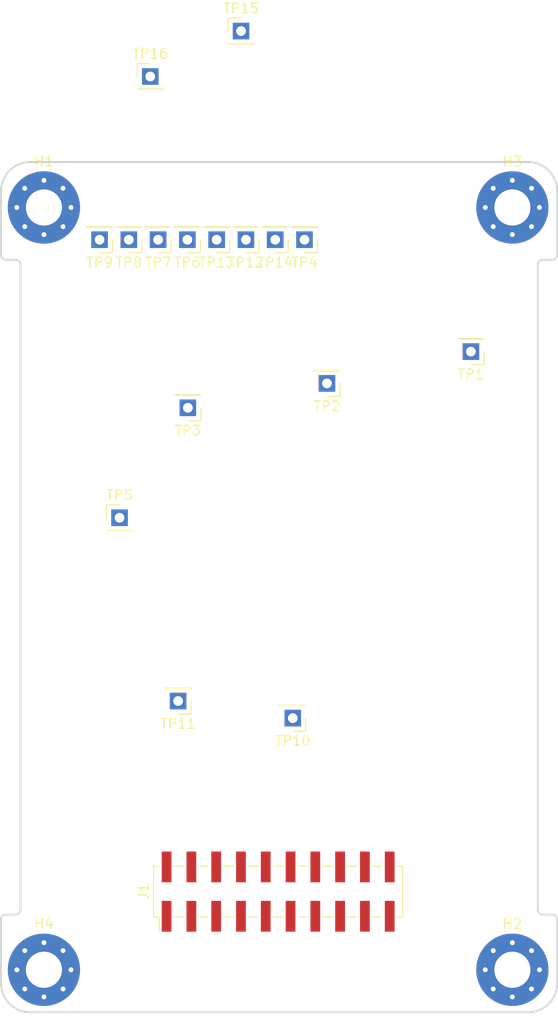
<source format=kicad_pcb>
(kicad_pcb (version 20211014) (generator pcbnew)
  (layers (0 "F.Cu" signal) (31 "B.Cu" signal) (34 "B.Paste" user) (35 "F.Paste" user) (36 "B.SilkS" user "B.Silkscreen") (37 "F.SilkS" user "F.Silkscreen") (38 "B.Mask" user) (39 "F.Mask" user) (44 "Edge.Cuts" user))
  (net 0 "")
  (net 1 "GND")
  (net 2 "Net-(TP1-Pad1)")
  (net 3 "Net-(TP2-Pad1)")
  (net 4 "Net-(TP3-Pad1)")
  (net 5 "Net-(TP5-Pad1)")
  (net 6 "Net-(TP6-Pad1)")
  (net 7 "Net-(TP7-Pad1)")
  (net 8 "Net-(TP8-Pad1)")
  (net 9 "Net-(TP9-Pad1)")
  (net 10 "Net-(TP10-Pad1)")
  (net 11 "Net-(TP11-Pad1)")
  (net 12 "Net-(TP12-Pad1)")
  (net 13 "Net-(TP13-Pad1)")
  (net 14 "Net-(TP14-Pad1)")
  (footprint "Connector_PinHeader_2.54mm:PinHeader_1x01_P2.54mm_Vertical" (layer "F.Cu") (at 113.25 67.75 180)
    (fp_text reference "TP1" (at 0 -2.33) (layer "F.SilkS"))
    (fp_text value "VINF")
    (fp_line (start -1.33 1.27) (end 1.33 1.27) (layer "F.SilkS") (width 0.12))
    (fp_line (start -1.33 -1.33) (end 0 -1.33) (layer "F.SilkS") (width 0.12))
    (fp_line (start -1.33 1.27) (end -1.33 1.33) (layer "F.SilkS") (width 0.12))
    (fp_line (start -1.33 0) (end -1.33 -1.33) (layer "F.SilkS") (width 0.12))
    (fp_line (start -1.33 1.33) (end 1.33 1.33) (layer "F.SilkS") (width 0.12))
    (fp_line (start 1.33 1.27) (end 1.33 1.33) (layer "F.SilkS") (width 0.12))
    (pad "1" thru_hole rect (at 0 0 180) (size 1.7 1.7) (drill 1) (layers *.Cu *.Mask) (net 2 "Net-(TP1-Pad1)"))
  )
  (footprint "Connector_PinHeader_2.54mm:PinHeader_1x01_P2.54mm_Vertical" (layer "F.Cu") (at 77.25 84.75)
    (fp_text reference "TP5" (at 0 -2.33) (layer "F.SilkS"))
    (fp_text value "+3.3D")
    (fp_line (start -1.33 1.33) (end 1.33 1.33) (layer "F.SilkS") (width 0.12))
    (fp_line (start -1.33 0) (end -1.33 -1.33) (layer "F.SilkS") (width 0.12))
    (fp_line (start -1.33 1.27) (end 1.33 1.27) (layer "F.SilkS") (width 0.12))
    (fp_line (start -1.33 -1.33) (end 0 -1.33) (layer "F.SilkS") (width 0.12))
    (fp_line (start -1.33 1.27) (end -1.33 1.33) (layer "F.SilkS") (width 0.12))
    (fp_line (start 1.33 1.27) (end 1.33 1.33) (layer "F.SilkS") (width 0.12))
    (pad "1" thru_hole rect (at 0 0) (size 1.7 1.7) (drill 1) (layers *.Cu *.Mask) (net 5 "Net-(TP5-Pad1)"))
  )
  (footprint "MountingHole:MountingHole_3.7mm_Pad_Via" (layer "F.Cu") (at 69.5 53)
    (fp_text reference "H1" (at 0 -4.7) (layer "F.SilkS"))
    (fp_text value "#6")
    (pad "1" thru_hole circle (at 0 2.775) (size 0.8 0.8) (drill 0.5) (layers *.Cu *.Mask) (net 1 "GND"))
    (pad "1" thru_hole circle (at 1.962221 -1.962221) (size 0.8 0.8) (drill 0.5) (layers *.Cu *.Mask) (net 1 "GND"))
    (pad "1" thru_hole circle (at 2.775 0) (size 0.8 0.8) (drill 0.5) (layers *.Cu *.Mask) (net 1 "GND"))
    (pad "1" thru_hole circle (at -1.962221 -1.962221) (size 0.8 0.8) (drill 0.5) (layers *.Cu *.Mask) (net 1 "GND"))
    (pad "1" thru_hole circle (at 1.962221 1.962221) (size 0.8 0.8) (drill 0.5) (layers *.Cu *.Mask) (net 1 "GND"))
    (pad "1" thru_hole circle (at 0 -2.775) (size 0.8 0.8) (drill 0.5) (layers *.Cu *.Mask) (net 1 "GND"))
    (pad "1" thru_hole circle (at 0 0) (size 7.4 7.4) (drill 3.7) (layers *.Cu *.Mask) (net 1 "GND"))
    (pad "1" thru_hole circle (at -1.962221 1.962221) (size 0.8 0.8) (drill 0.5) (layers *.Cu *.Mask) (net 1 "GND"))
    (pad "1" thru_hole circle (at -2.775 0) (size 0.8 0.8) (drill 0.5) (layers *.Cu *.Mask) (net 1 "GND"))
  )
  (footprint "Connector_PinHeader_2.54mm:PinHeader_1x01_P2.54mm_Vertical" (layer "F.Cu") (at 98.5 71 180)
    (fp_text reference "TP2" (at 0 -2.33) (layer "F.SilkS"))
    (fp_text value "+13")
    (fp_line (start -1.33 1.33) (end 1.33 1.33) (layer "F.SilkS") (width 0.12))
    (fp_line (start 1.33 1.27) (end 1.33 1.33) (layer "F.SilkS") (width 0.12))
    (fp_line (start -1.33 -1.33) (end 0 -1.33) (layer "F.SilkS") (width 0.12))
    (fp_line (start -1.33 1.27) (end 1.33 1.27) (layer "F.SilkS") (width 0.12))
    (fp_line (start -1.33 1.27) (end -1.33 1.33) (layer "F.SilkS") (width 0.12))
    (fp_line (start -1.33 0) (end -1.33 -1.33) (layer "F.SilkS") (width 0.12))
    (pad "1" thru_hole rect (at 0 0 180) (size 1.7 1.7) (drill 1) (layers *.Cu *.Mask) (net 3 "Net-(TP2-Pad1)"))
  )
  (footprint "Connector_PinHeader_2.54mm:PinHeader_2x10_P2.54mm_Vertical_SMD" (layer "F.Cu") (at 93.5 123 90)
    (fp_text reference "J1" (at 0 -13.76 90) (layer "F.SilkS"))
    (fp_text value "Conn_01x20")
    (fp_line (start 2.6 -3.05) (end 2.6 -2.03) (layer "F.SilkS") (width 0.12))
    (fp_line (start 2.6 -12.76) (end 2.6 -12.19) (layer "F.SilkS") (width 0.12))
    (fp_line (start -2.6 -10.67) (end -2.6 -9.65) (layer "F.SilkS") (width 0.12))
    (fp_line (start -2.6 12.76) (end 2.6 12.76) (layer "F.SilkS") (width 0.12))
    (fp_line (start -2.6 7.11) (end -2.6 8.13) (layer "F.SilkS") (width 0.12))
    (fp_line (start 2.6 -10.67) (end 2.6 -9.65) (layer "F.SilkS") (width 0.12))
    (fp_line (start -2.6 -8.13) (end -2.6 -7.11) (layer "F.SilkS") (width 0.12))
    (fp_line (start -2.6 12.19) (end -2.6 12.76) (layer "F.SilkS") (width 0.12))
    (fp_line (start 2.6 7.11) (end 2.6 8.13) (layer "F.SilkS") (width 0.12))
    (fp_line (start -2.6 -3.05) (end -2.6 -2.03) (layer "F.SilkS") (width 0.12))
    (fp_line (start -2.6 -12.76) (end 2.6 -12.76) (layer "F.SilkS") (width 0.12))
    (fp_line (start -2.6 2.03) (end -2.6 3.05) (layer "F.SilkS") (width 0.12))
    (fp_line (start 2.6 4.57) (end 2.6 5.59) (layer "F.SilkS") (width 0.12))
    (fp_line (start 2.6 -0.51) (end 2.6 0.51) (layer "F.SilkS") (width 0.12))
    (fp_line (start 2.6 9.65) (end 2.6 10.67) (layer "F.SilkS") (width 0.12))
    (fp_line (start -2.6 -5.59) (end -2.6 -4.57) (layer "F.SilkS") (width 0.12))
    (fp_line (start 2.6 12.19) (end 2.6 12.76) (layer "F.SilkS") (width 0.12))
    (fp_line (start 2.6 -8.13) (end 2.6 -7.11) (layer "F.SilkS") (width 0.12))
    (fp_line (start 2.6 2.03) (end 2.6 3.05) (layer "F.SilkS") (width 0.12))
    (fp_line (start -2.6 -12.76) (end -2.6 -12.19) (layer "F.SilkS") (width 0.12))
    (fp_line (start -2.6 9.65) (end -2.6 10.67) (layer "F.SilkS") (width 0.12))
    (fp_line (start 2.6 -5.59) (end 2.6 -4.57) (layer "F.SilkS") (width 0.12))
    (fp_line (start -2.6 4.57) (end -2.6 5.59) (layer "F.SilkS") (width 0.12))
    (fp_line (start -2.6 -0.51) (end -2.6 0.51) (layer "F.SilkS") (width 0.12))
    (fp_line (start -4.04 -12.19) (end -2.6 -12.19) (layer "F.SilkS") (width 0.12))
    (pad "1" smd rect (at -2.525 -11.43 90) (size 3.15 1) (layers "F.Cu" "F.Paste" "F.Mask") (net 2 "Net-(TP1-Pad1)"))
    (pad "2" smd rect (at 2.525 -11.43 90) (size 3.15 1) (layers "F.Cu" "F.Paste" "F.Mask") (net 3 "Net-(TP2-Pad1)"))
    (pad "3" smd rect (at -2.525 -8.89 90) (size 3.15 1) (layers "F.Cu" "F.Paste" "F.Mask") (net 4 "Net-(TP3-Pad1)"))
    (pad "4" smd rect (at 2.525 -8.89 90) (size 3.15 1) (layers "F.Cu" "F.Paste" "F.Mask") (net 1 "GND"))
    (pad "5" smd rect (at -2.525 -6.35 90) (size 3.15 1) (layers "F.Cu" "F.Paste" "F.Mask") (net 5 "Net-(TP5-Pad1)"))
    (pad "6" smd rect (at 2.525 -6.35 90) (size 3.15 1) (layers "F.Cu" "F.Paste" "F.Mask") (net 1 "GND"))
    (pad "7" smd rect (at -2.525 -3.81 90) (size 3.15 1) (layers "F.Cu" "F.Paste" "F.Mask") (net 6 "Net-(TP6-Pad1)"))
    (pad "8" smd rect (at 2.525 -3.81 90) (size 3.15 1) (layers "F.Cu" "F.Paste" "F.Mask") (net 7 "Net-(TP7-Pad1)"))
    (pad "9" smd rect (at -2.525 -1.27 90) (size 3.15 1) (layers "F.Cu" "F.Paste" "F.Mask") (net 8 "Net-(TP8-Pad1)"))
    (pad "10" smd rect (at 2.525 -1.27 90) (size 3.15 1) (layers "F.Cu" "F.Paste" "F.Mask") (net 9 "Net-(TP9-Pad1)"))
    (pad "11" smd rect (at -2.525 1.27 90) (size 3.15 1) (layers "F.Cu" "F.Paste" "F.Mask") (net 1 "GND"))
    (pad "12" smd rect (at 2.525 1.27 90) (size 3.15 1) (layers "F.Cu" "F.Paste" "F.Mask") (net 10 "Net-(TP10-Pad1)"))
    (pad "13" smd rect (at -2.525 3.81 90) (size 3.15 1) (layers "F.Cu" "F.Paste" "F.Mask") (net 1 "GND"))
    (pad "14" smd rect (at 2.525 3.81 90) (size 3.15 1) (layers "F.Cu" "F.Paste" "F.Mask") (net 11 "Net-(TP11-Pad1)"))
    (pad "15" smd rect (at -2.525 6.35 90) (size 3.15 1) (layers "F.Cu" "F.Paste" "F.Mask") (net 1 "GND"))
    (pad "16" smd rect (at 2.525 6.35 90) (size 3.15 1) (layers "F.Cu" "F.Paste" "F.Mask") (net 12 "Net-(TP12-Pad1)"))
    (pad "17" smd rect (at -2.525 8.89 90) (size 3.15 1) (layers "F.Cu" "F.Paste" "F.Mask") (net 1 "GND"))
    (pad "18" smd rect (at 2.525 8.89 90) (size 3.15 1) (layers "F.Cu" "F.Paste" "F.Mask") (net 13 "Net-(TP13-Pad1)"))
    (pad "19" smd rect (at -2.525 11.43 90) (size 3.15 1) (layers "F.Cu" "F.Paste" "F.Mask") (net 1 "GND"))
    (pad "20" smd rect (at 2.525 11.43 90) (size 3.15 1) (layers "F.Cu" "F.Paste" "F.Mask") (net 14 "Net-(TP14-Pad1)"))
  )
  (footprint "Connector_PinHeader_2.54mm:PinHeader_1x01_P2.54mm_Vertical" (layer "F.Cu") (at 93.2 56.3 180)
    (fp_text reference "TP14" (at 0 -2.33) (layer "F.SilkS"))
    (fp_text value "+VIn")
    (fp_line (start -1.33 1.27) (end -1.33 1.33) (layer "F.SilkS") (width 0.12))
    (fp_line (start -1.33 1.33) (end 1.33 1.33) (layer "F.SilkS") (width 0.12))
    (fp_line (start -1.33 -1.33) (end 0 -1.33) (layer "F.SilkS") (width 0.12))
    (fp_line (start -1.33 1.27) (end 1.33 1.27) (layer "F.SilkS") (width 0.12))
    (fp_line (start -1.33 0) (end -1.33 -1.33) (layer "F.SilkS") (width 0.12))
    (fp_line (start 1.33 1.27) (end 1.33 1.33) (layer "F.SilkS") (width 0.12))
    (pad "1" thru_hole rect (at 0 0 180) (size 1.7 1.7) (drill 1) (layers *.Cu *.Mask) (net 14 "Net-(TP14-Pad1)"))
  )
  (footprint "MountingHole:MountingHole_3.7mm_Pad_Via" (layer "F.Cu") (at 117.5 131)
    (fp_text reference "H2" (at 0 -4.7) (layer "F.SilkS"))
    (fp_text value "#6")
    (pad "1" thru_hole circle (at 2.775 0) (size 0.8 0.8) (drill 0.5) (layers *.Cu *.Mask) (net 1 "GND"))
    (pad "1" thru_hole circle (at 0 -2.775) (size 0.8 0.8) (drill 0.5) (layers *.Cu *.Mask) (net 1 "GND"))
    (pad "1" thru_hole circle (at 0 2.775) (size 0.8 0.8) (drill 0.5) (layers *.Cu *.Mask) (net 1 "GND"))
    (pad "1" thru_hole circle (at -1.962221 1.962221) (size 0.8 0.8) (drill 0.5) (layers *.Cu *.Mask) (net 1 "GND"))
    (pad "1" thru_hole circle (at -1.962221 -1.962221) (size 0.8 0.8) (drill 0.5) (layers *.Cu *.Mask) (net 1 "GND"))
    (pad "1" thru_hole circle (at 1.962221 1.962221) (size 0.8 0.8) (drill 0.5) (layers *.Cu *.Mask) (net 1 "GND"))
    (pad "1" thru_hole circle (at 0 0) (size 7.4 7.4) (drill 3.7) (layers *.Cu *.Mask) (net 1 "GND"))
    (pad "1" thru_hole circle (at -2.775 0) (size 0.8 0.8) (drill 0.5) (layers *.Cu *.Mask) (net 1 "GND"))
    (pad "1" thru_hole circle (at 1.962221 -1.962221) (size 0.8 0.8) (drill 0.5) (layers *.Cu *.Mask) (net 1 "GND"))
  )
  (footprint "MountingHole:MountingHole_3.7mm_Pad_Via" (layer "F.Cu") (at 117.5 53)
    (fp_text reference "H3" (at 0 -4.7) (layer "F.SilkS"))
    (fp_text value "#6")
    (pad "1" thru_hole circle (at 0 0) (size 7.4 7.4) (drill 3.7) (layers *.Cu *.Mask) (net 1 "GND"))
    (pad "1" thru_hole circle (at 2.775 0) (size 0.8 0.8) (drill 0.5) (layers *.Cu *.Mask) (net 1 "GND"))
    (pad "1" thru_hole circle (at -2.775 0) (size 0.8 0.8) (drill 0.5) (layers *.Cu *.Mask) (net 1 "GND"))
    (pad "1" thru_hole circle (at -1.962221 -1.962221) (size 0.8 0.8) (drill 0.5) (layers *.Cu *.Mask) (net 1 "GND"))
    (pad "1" thru_hole circle (at 1.962221 1.962221) (size 0.8 0.8) (drill 0.5) (layers *.Cu *.Mask) (net 1 "GND"))
    (pad "1" thru_hole circle (at 0 2.775) (size 0.8 0.8) (drill 0.5) (layers *.Cu *.Mask) (net 1 "GND"))
    (pad "1" thru_hole circle (at 0 -2.775) (size 0.8 0.8) (drill 0.5) (layers *.Cu *.Mask) (net 1 "GND"))
    (pad "1" thru_hole circle (at 1.962221 -1.962221) (size 0.8 0.8) (drill 0.5) (layers *.Cu *.Mask) (net 1 "GND"))
    (pad "1" thru_hole circle (at -1.962221 1.962221) (size 0.8 0.8) (drill 0.5) (layers *.Cu *.Mask) (net 1 "GND"))
  )
  (footprint "Connector_PinHeader_2.54mm:PinHeader_1x01_P2.54mm_Vertical" (layer "F.Cu") (at 90.2 56.3 180)
    (fp_text reference "TP12" (at 0 -2.33) (layer "F.SilkS"))
    (fp_text value "AOUT0")
    (fp_line (start 1.33 1.27) (end 1.33 1.33) (layer "F.SilkS") (width 0.12))
    (fp_line (start -1.33 0) (end -1.33 -1.33) (layer "F.SilkS") (width 0.12))
    (fp_line (start -1.33 1.27) (end -1.33 1.33) (layer "F.SilkS") (width 0.12))
    (fp_line (start -1.33 1.27) (end 1.33 1.27) (layer "F.SilkS") (width 0.12))
    (fp_line (start -1.33 -1.33) (end 0 -1.33) (layer "F.SilkS") (width 0.12))
    (fp_line (start -1.33 1.33) (end 1.33 1.33) (layer "F.SilkS") (width 0.12))
    (pad "1" thru_hole rect (at 0 0 180) (size 1.7 1.7) (drill 1) (layers *.Cu *.Mask) (net 12 "Net-(TP12-Pad1)"))
  )
  (footprint "Connector_PinHeader_2.54mm:PinHeader_1x01_P2.54mm_Vertical" (layer "F.Cu") (at 96.2 56.3 180)
    (fp_text reference "TP4" (at 0 -2.33) (layer "F.SilkS"))
    (fp_text value "GND")
    (fp_line (start -1.33 0) (end -1.33 -1.33) (layer "F.SilkS") (width 0.12))
    (fp_line (start 1.33 1.27) (end 1.33 1.33) (layer "F.SilkS") (width 0.12))
    (fp_line (start -1.33 -1.33) (end 0 -1.33) (layer "F.SilkS") (width 0.12))
    (fp_line (start -1.33 1.27) (end 1.33 1.27) (layer "F.SilkS") (width 0.12))
    (fp_line (start -1.33 1.27) (end -1.33 1.33) (layer "F.SilkS") (width 0.12))
    (fp_line (start -1.33 1.33) (end 1.33 1.33) (layer "F.SilkS") (width 0.12))
    (pad "1" thru_hole rect (at 0 0 180) (size 1.7 1.7) (drill 1) (layers *.Cu *.Mask) (net 1 "GND"))
  )
  (footprint "Connector_PinHeader_2.54mm:PinHeader_1x01_P2.54mm_Vertical" (layer "F.Cu") (at 95 105.25 180)
    (fp_text reference "TP10" (at 0 -2.33) (layer "F.SilkS"))
    (fp_text value "MW0")
    (fp_line (start -1.33 1.27) (end -1.33 1.33) (layer "F.SilkS") (width 0.12))
    (fp_line (start -1.33 1.33) (end 1.33 1.33) (layer "F.SilkS") (width 0.12))
    (fp_line (start -1.33 0) (end -1.33 -1.33) (layer "F.SilkS") (width 0.12))
    (fp_line (start 1.33 1.27) (end 1.33 1.33) (layer "F.SilkS") (width 0.12))
    (fp_line (start -1.33 1.27) (end 1.33 1.27) (layer "F.SilkS") (width 0.12))
    (fp_line (start -1.33 -1.33) (end 0 -1.33) (layer "F.SilkS") (width 0.12))
    (pad "1" thru_hole rect (at 0 0 180) (size 1.7 1.7) (drill 1) (layers *.Cu *.Mask) (net 10 "Net-(TP10-Pad1)"))
  )
  (footprint "Connector_PinHeader_2.54mm:PinHeader_1x01_P2.54mm_Vertical" (layer "F.Cu") (at 80.4 39.6)
    (fp_text reference "TP16" (at 0 -2.33) (layer "F.SilkS"))
    (fp_text value "GND")
    (fp_line (start -1.33 -1.33) (end 0 -1.33) (layer "F.SilkS") (width 0.12))
    (fp_line (start -1.33 1.27) (end -1.33 1.33) (layer "F.SilkS") (width 0.12))
    (fp_line (start -1.33 1.27) (end 1.33 1.27) (layer "F.SilkS") (width 0.12))
    (fp_line (start -1.33 1.33) (end 1.33 1.33) (layer "F.SilkS") (width 0.12))
    (fp_line (start -1.33 0) (end -1.33 -1.33) (layer "F.SilkS") (width 0.12))
    (fp_line (start 1.33 1.27) (end 1.33 1.33) (layer "F.SilkS") (width 0.12))
    (pad "1" thru_hole rect (at 0 0) (size 1.7 1.7) (drill 1) (layers *.Cu *.Mask) (net 1 "GND"))
  )
  (footprint "Connector_PinHeader_2.54mm:PinHeader_1x01_P2.54mm_Vertical" (layer "F.Cu") (at 78.2 56.3 180)
    (fp_text reference "TP8" (at 0 -2.33) (layer "F.SilkS"))
    (fp_text value "TX+")
    (fp_line (start -1.33 1.27) (end -1.33 1.33) (layer "F.SilkS") (width 0.12))
    (fp_line (start -1.33 0) (end -1.33 -1.33) (layer "F.SilkS") (width 0.12))
    (fp_line (start 1.33 1.27) (end 1.33 1.33) (layer "F.SilkS") (width 0.12))
    (fp_line (start -1.33 1.33) (end 1.33 1.33) (layer "F.SilkS") (width 0.12))
    (fp_line (start -1.33 1.27) (end 1.33 1.27) (layer "F.SilkS") (width 0.12))
    (fp_line (start -1.33 -1.33) (end 0 -1.33) (layer "F.SilkS") (width 0.12))
    (pad "1" thru_hole rect (at 0 0 180) (size 1.7 1.7) (drill 1) (layers *.Cu *.Mask) (net 8 "Net-(TP8-Pad1)"))
  )
  (footprint "Connector_PinHeader_2.54mm:PinHeader_1x01_P2.54mm_Vertical" (layer "F.Cu") (at 81.2 56.3 180)
    (fp_text reference "TP7" (at 0 -2.33) (layer "F.SilkS"))
    (fp_text value "RX-")
    (fp_line (start -1.33 0) (end -1.33 -1.33) (layer "F.SilkS") (width 0.12))
    (fp_line (start -1.33 1.27) (end 1.33 1.27) (layer "F.SilkS") (width 0.12))
    (fp_line (start 1.33 1.27) (end 1.33 1.33) (layer "F.SilkS") (width 0.12))
    (fp_line (start -1.33 1.33) (end 1.33 1.33) (layer "F.SilkS") (width 0.12))
    (fp_line (start -1.33 1.27) (end -1.33 1.33) (layer "F.SilkS") (width 0.12))
    (fp_line (start -1.33 -1.33) (end 0 -1.33) (layer "F.SilkS") (width 0.12))
    (pad "1" thru_hole rect (at 0 0 180) (size 1.7 1.7) (drill 1) (layers *.Cu *.Mask) (net 7 "Net-(TP7-Pad1)"))
  )
  (footprint "MountingHole:MountingHole_3.7mm_Pad_Via" (layer "F.Cu") (at 69.5 131)
    (fp_text reference "H4" (at 0 -4.7) (layer "F.SilkS"))
    (fp_text value "#6")
    (pad "1" thru_hole circle (at 0 -2.775) (size 0.8 0.8) (drill 0.5) (layers *.Cu *.Mask) (net 1 "GND"))
    (pad "1" thru_hole circle (at 1.962221 1.962221) (size 0.8 0.8) (drill 0.5) (layers *.Cu *.Mask) (net 1 "GND"))
    (pad "1" thru_hole circle (at 2.775 0) (size 0.8 0.8) (drill 0.5) (layers *.Cu *.Mask) (net 1 "GND"))
    (pad "1" thru_hole circle (at -2.775 0) (size 0.8 0.8) (drill 0.5) (layers *.Cu *.Mask) (net 1 "GND"))
    (pad "1" thru_hole circle (at -1.962221 1.962221) (size 0.8 0.8) (drill 0.5) (layers *.Cu *.Mask) (net 1 "GND"))
    (pad "1" thru_hole circle (at 0 2.775) (size 0.8 0.8) (drill 0.5) (layers *.Cu *.Mask) (net 1 "GND"))
    (pad "1" thru_hole circle (at 0 0) (size 7.4 7.4) (drill 3.7) (layers *.Cu *.Mask) (net 1 "GND"))
    (pad "1" thru_hole circle (at 1.962221 -1.962221) (size 0.8 0.8) (drill 0.5) (layers *.Cu *.Mask) (net 1 "GND"))
    (pad "1" thru_hole circle (at -1.962221 -1.962221) (size 0.8 0.8) (drill 0.5) (layers *.Cu *.Mask) (net 1 "GND"))
  )
  (footprint "Connector_PinHeader_2.54mm:PinHeader_1x01_P2.54mm_Vertical" (layer "F.Cu") (at 84.25 73.5 180)
    (fp_text reference "TP3" (at 0 -2.33) (layer "F.SilkS"))
    (fp_text value "+5")
    (fp_line (start -1.33 1.33) (end 1.33 1.33) (layer "F.SilkS") (width 0.12))
    (fp_line (start 1.33 1.27) (end 1.33 1.33) (layer "F.SilkS") (width 0.12))
    (fp_line (start -1.33 -1.33) (end 0 -1.33) (layer "F.SilkS") (width 0.12))
    (fp_line (start -1.33 1.27) (end -1.33 1.33) (layer "F.SilkS") (width 0.12))
    (fp_line (start -1.33 1.27) (end 1.33 1.27) (layer "F.SilkS") (width 0.12))
    (fp_line (start -1.33 0) (end -1.33 -1.33) (layer "F.SilkS") (width 0.12))
    (pad "1" thru_hole rect (at 0 0 180) (size 1.7 1.7) (drill 1) (layers *.Cu *.Mask) (net 4 "Net-(TP3-Pad1)"))
  )
  (footprint "Connector_PinHeader_2.54mm:PinHeader_1x01_P2.54mm_Vertical" (layer "F.Cu") (at 83.25 103.5 180)
    (fp_text reference "TP11" (at 0 -2.33) (layer "F.SilkS"))
    (fp_text value "MW1")
    (fp_line (start -1.33 -1.33) (end 0 -1.33) (layer "F.SilkS") (width 0.12))
    (fp_line (start -1.33 0) (end -1.33 -1.33) (layer "F.SilkS") (width 0.12))
    (fp_line (start -1.33 1.33) (end 1.33 1.33) (layer "F.SilkS") (width 0.12))
    (fp_line (start -1.33 1.27) (end 1.33 1.27) (layer "F.SilkS") (width 0.12))
    (fp_line (start 1.33 1.27) (end 1.33 1.33) (layer "F.SilkS") (width 0.12))
    (fp_line (start -1.33 1.27) (end -1.33 1.33) (layer "F.SilkS") (width 0.12))
    (pad "1" thru_hole rect (at 0 0 180) (size 1.7 1.7) (drill 1) (layers *.Cu *.Mask) (net 11 "Net-(TP11-Pad1)"))
  )
  (footprint "Connector_PinHeader_2.54mm:PinHeader_1x01_P2.54mm_Vertical" (layer "F.Cu") (at 84.2 56.3 180)
    (fp_text reference "TP6" (at 0 -2.33) (layer "F.SilkS"))
    (fp_text value "RX+")
    (fp_line (start -1.33 1.33) (end 1.33 1.33) (layer "F.SilkS") (width 0.12))
    (fp_line (start 1.33 1.27) (end 1.33 1.33) (layer "F.SilkS") (width 0.12))
    (fp_line (start -1.33 -1.33) (end 0 -1.33) (layer "F.SilkS") (width 0.12))
    (fp_line (start -1.33 1.27) (end -1.33 1.33) (layer "F.SilkS") (width 0.12))
    (fp_line (start -1.33 1.27) (end 1.33 1.27) (layer "F.SilkS") (width 0.12))
    (fp_line (start -1.33 0) (end -1.33 -1.33) (layer "F.SilkS") (width 0.12))
    (pad "1" thru_hole rect (at 0 0 180) (size 1.7 1.7) (drill 1) (layers *.Cu *.Mask) (net 6 "Net-(TP6-Pad1)"))
  )
  (footprint "Connector_PinHeader_2.54mm:PinHeader_1x01_P2.54mm_Vertical" (layer "F.Cu") (at 89.7 34.95)
    (fp_text reference "TP15" (at 0 -2.33) (layer "F.SilkS"))
    (fp_text value "GND")
    (fp_line (start -1.33 1.27) (end 1.33 1.27) (layer "F.SilkS") (width 0.12))
    (fp_line (start -1.33 1.27) (end -1.33 1.33) (layer "F.SilkS") (width 0.12))
    (fp_line (start -1.33 1.33) (end 1.33 1.33) (layer "F.SilkS") (width 0.12))
    (fp_line (start -1.33 -1.33) (end 0 -1.33) (layer "F.SilkS") (width 0.12))
    (fp_line (start 1.33 1.27) (end 1.33 1.33) (layer "F.SilkS") (width 0.12))
    (fp_line (start -1.33 0) (end -1.33 -1.33) (layer "F.SilkS") (width 0.12))
    (pad "1" thru_hole rect (at 0 0) (size 1.7 1.7) (drill 1) (layers *.Cu *.Mask) (net 1 "GND"))
  )
  (footprint "Connector_PinHeader_2.54mm:PinHeader_1x01_P2.54mm_Vertical" (layer "F.Cu") (at 87.2 56.3 180)
    (fp_text reference "TP13" (at 0 -2.33) (layer "F.SilkS"))
    (fp_text value "AOUT1")
    (fp_line (start -1.33 1.27) (end -1.33 1.33) (layer "F.SilkS") (width 0.12))
    (fp_line (start 1.33 1.27) (end 1.33 1.33) (layer "F.SilkS") (width 0.12))
    (fp_line (start -1.33 0) (end -1.33 -1.33) (layer "F.SilkS") (width 0.12))
    (fp_line (start -1.33 -1.33) (end 0 -1.33) (layer "F.SilkS") (width 0.12))
    (fp_line (start -1.33 1.33) (end 1.33 1.33) (layer "F.SilkS") (width 0.12))
    (fp_line (start -1.33 1.27) (end 1.33 1.27) (layer "F.SilkS") (width 0.12))
    (pad "1" thru_hole rect (at 0 0 180) (size 1.7 1.7) (drill 1) (layers *.Cu *.Mask) (net 13 "Net-(TP13-Pad1)"))
  )
  (footprint "Connector_PinHeader_2.54mm:PinHeader_1x01_P2.54mm_Vertical" (layer "F.Cu") (at 75.2 56.3 180)
    (fp_text reference "TP9" (at 0 -2.33) (layer "F.SilkS"))
    (fp_text value "TX-")
    (fp_line (start -1.33 1.33) (end 1.33 1.33) (layer "F.SilkS") (width 0.12))
    (fp_line (start -1.33 1.27) (end -1.33 1.33) (layer "F.SilkS") (width 0.12))
    (fp_line (start -1.33 1.27) (end 1.33 1.27) (layer "F.SilkS") (width 0.12))
    (fp_line (start -1.33 0) (end -1.33 -1.33) (layer "F.SilkS") (width 0.12))
    (fp_line (start 1.33 1.27) (end 1.33 1.33) (layer "F.SilkS") (width 0.12))
    (fp_line (start -1.33 -1.33) (end 0 -1.33) (layer "F.SilkS") (width 0.12))
    (pad "1" thru_hole rect (at 0 0 180) (size 1.7 1.7) (drill 1) (layers *.Cu *.Mask) (net 9 "Net-(TP9-Pad1)"))
  )
  (gr_line (start 120.6 125.35) (end 121.6 125.35) (layer "Edge.Cuts") (width 0.2))
  (gr_line (start 65.6 125.35) (end 66.6 125.35) (layer "Edge.Cuts") (width 0.2))
  (gr_line (start 122.1 57.85) (end 122.1 57.85) (layer "Edge.Cuts") (width 0.2))
  (gr_line (start 120.1 124.85) (end 120.1 124.85) (layer "Edge.Cuts") (width 0.2))
  (gr_line (start 65.1 125.85) (end 65.1 125.85) (layer "Edge.Cuts") (width 0.2))
  (gr_line (start 65.6 125.35) (end 65.6 125.35) (layer "Edge.Cuts") (width 0.2))
  (gr_line (start 67.1 58.85) (end 67.1 58.85) (layer "Edge.Cuts") (width 0.2))
  (gr_line (start 68.1 48.35) (end 68.1 48.35) (layer "Edge.Cuts") (width 0.2))
  (gr_line (start 122.1 51.35) (end 122.1 51.35) (layer "Edge.Cuts") (width 0.2))
  (gr_line (start 120.1 58.85) (end 120.1 58.85) (layer "Edge.Cuts") (width 0.2))
  (gr_line (start 122.1 132.35) (end 122.1 132.35) (layer "Edge.Cuts") (width 0.2))
  (gr_line (start 120.1 124.85) (end 120.1 124.85) (layer "Edge.Cuts") (width 0.2))
  (gr_line (start 66.6 58.35) (end 66.6 58.35) (layer "Edge.Cuts") (width 0.2))
  (gr_line (start 66.6 58.35) (end 66.6 58.35) (layer "Edge.Cuts") (width 0.2))
  (gr_line (start 119.1 135.35) (end 119.1 135.35) (layer "Edge.Cuts") (width 0.2))
  (gr_arc (start 119.1 48.35) (mid 121.22132 49.22868) (end 122.1 51.35) (layer "Edge.Cuts") (width 0.2))
  (gr_line (start 122.1 51.35) (end 122.1 57.85) (layer "Edge.Cuts") (width 0.2))
  (gr_line (start 122.1 125.85) (end 122.1 125.85) (layer "Edge.Cuts") (width 0.2))
  (gr_line (start 121.6 58.35) (end 120.6 58.35) (layer "Edge.Cuts") (width 0.2))
  (gr_line (start 68.1 48.35) (end 119.1 48.35) (layer "Edge.Cuts") (width 0.2))
  (gr_line (start 120.6 125.35) (end 120.6 125.35) (layer "Edge.Cuts") (width 0.2))
  (gr_line (start 66.6 125.35) (end 66.6 125.35) (layer "Edge.Cuts") (width 0.2))
  (gr_arc (start 65.1 125.85) (mid 65.246447 125.496447) (end 65.6 125.35) (layer "Edge.Cuts") (width 0.2))
  (gr_line (start 120.6 125.35) (end 120.6 125.35) (layer "Edge.Cuts") (width 0.2))
  (gr_line (start 65.1 132.35) (end 65.1 132.35) (layer "Edge.Cuts") (width 0.2))
  (gr_line (start 120.1 58.85) (end 120.1 124.85) (layer "Edge.Cuts") (width 0.2))
  (gr_line (start 122.1 125.85) (end 122.1 125.85) (layer "Edge.Cuts") (width 0.2))
  (gr_line (start 119.1 48.35) (end 119.1 48.35) (layer "Edge.Cuts") (width 0.2))
  (gr_line (start 67.1 124.85) (end 67.1 124.85) (layer "Edge.Cuts") (width 0.2))
  (gr_line (start 65.1 57.85) (end 65.1 57.85) (layer "Edge.Cuts") (width 0.2))
  (gr_line (start 119.1 135.35) (end 119.1 135.35) (layer "Edge.Cuts") (width 0.2))
  (gr_arc (start 120.1 58.85) (mid 120.246447 58.496447) (end 120.6 58.35) (layer "Edge.Cuts") (width 0.2))
  (gr_line (start 67.1 124.85) (end 67.1 124.85) (layer "Edge.Cuts") (width 0.2))
  (gr_line (start 65.6 58.35) (end 65.6 58.35) (layer "Edge.Cuts") (width 0.2))
  (gr_arc (start 122.1 132.35) (mid 121.22132 134.47132) (end 119.1 135.35) (layer "Edge.Cuts") (width 0.2))
  (gr_line (start 68.1 48.35) (end 68.1 48.35) (layer "Edge.Cuts") (width 0.2))
  (gr_line (start 119.1 135.35) (end 68.1 135.35) (layer "Edge.Cuts") (width 0.2))
  (gr_line (start 122.1 125.85) (end 122.1 132.35) (layer "Edge.Cuts") (width 0.2))
  (gr_line (start 65.1 125.85) (end 65.1 125.85) (layer "Edge.Cuts") (width 0.2))
  (gr_line (start 65.1 132.35) (end 65.1 125.85) (layer "Edge.Cuts") (width 0.2))
  (gr_line (start 121.6 58.35) (end 121.6 58.35) (layer "Edge.Cuts") (width 0.2))
  (gr_line (start 119.1 48.35) (end 119.1 48.35) (layer "Edge.Cuts") (width 0.2))
  (gr_line (start 65.1 51.35) (end 65.1 51.35) (layer "Edge.Cuts") (width 0.2))
  (gr_line (start 65.6 58.35) (end 65.6 58.35) (layer "Edge.Cuts") (width 0.2))
  (gr_line (start 67.1 58.85) (end 67.1 58.85) (layer "Edge.Cuts") (width 0.2))
  (gr_arc (start 65.1 51.35) (mid 65.97868 49.22868) (end 68.1 48.35) (layer "Edge.Cuts") (width 0.2))
  (gr_line (start 65.1 57.85) (end 65.1 57.85) (layer "Edge.Cuts") (width 0.2))
  (gr_line (start 68.1 135.35) (end 68.1 135.35) (layer "Edge.Cuts") (width 0.2))
  (gr_line (start 67.1 124.85) (end 67.1 58.85) (layer "Edge.Cuts") (width 0.2))
  (gr_arc (start 122.1 57.85) (mid 121.953553 58.203553) (end 121.6 58.35) (layer "Edge.Cuts") (width 0.2))
  (gr_arc (start 65.6 58.35) (mid 65.246447 58.203553) (end 65.1 57.85) (layer "Edge.Cuts") (width 0.2))
  (gr_arc (start 66.6 58.35) (mid 66.953553 58.496447) (end 67.1 58.85) (layer "Edge.Cuts") (width 0.2))
  (gr_line (start 68.1 135.35) (end 68.1 135.35) (layer "Edge.Cuts") (width 0.2))
  (gr_line (start 120.1 58.85) (end 120.1 58.85) (layer "Edge.Cuts") (width 0.2))
  (gr_line (start 122.1 57.85) (end 122.1 57.85) (layer "Edge.Cuts") (width 0.2))
  (gr_arc (start 68.1 135.35) (mid 65.97868 134.47132) (end 65.1 132.35) (layer "Edge.Cuts") (width 0.2))
  (gr_line (start 65.6 125.35) (end 65.6 125.35) (layer "Edge.Cuts") (width 0.2))
  (gr_line (start 120.6 58.35) (end 120.6 58.35) (layer "Edge.Cuts") (width 0.2))
  (gr_line (start 65.1 57.85) (end 65.1 51.35) (layer "Edge.Cuts") (width 0.2))
  (gr_line (start 120.6 58.35) (end 120.6 58.35) (layer "Edge.Cuts") (width 0.2))
  (gr_line (start 121.6 58.35) (end 121.6 58.35) (layer "Edge.Cuts") (width 0.2))
  (gr_line (start 66.6 125.35) (end 66.6 125.35) (layer "Edge.Cuts") (width 0.2))
  (gr_line (start 122.1 51.35) (end 122.1 51.35) (layer "Edge.Cuts") (width 0.2))
  (gr_arc (start 120.6 125.35) (mid 120.246447 125.203553) (end 120.1 124.85) (layer "Edge.Cuts") (width 0.2))
  (gr_line (start 66.6 58.35) (end 65.6 58.35) (layer "Edge.Cuts") (width 0.2))
  (gr_line (start 65.1 132.35) (end 65.1 132.35) (layer "Edge.Cuts") (width 0.2))
  (gr_line (start 121.6 125.35) (end 121.6 125.35) (layer "Edge.Cuts") (width 0.2))
  (gr_arc (start 67.1 124.85) (mid 66.953553 125.203553) (end 66.6 125.35) (layer "Edge.Cuts") (width 0.2))
  (gr_line (start 65.1 51.35) (end 65.1 51.35) (layer "Edge.Cuts") (width 0.2))
  (gr_line (start 122.1 132.35) (end 122.1 132.35) (layer "Edge.Cuts") (width 0.2))
  (gr_arc (start 121.6 125.35) (mid 121.953553 125.496447) (end 122.1 125.85) (layer "Edge.Cuts") (width 0.2))
  (gr_line (start 121.6 125.35) (end 121.6 125.35) (layer "Edge.Cuts") (width 0.2))
)
</source>
